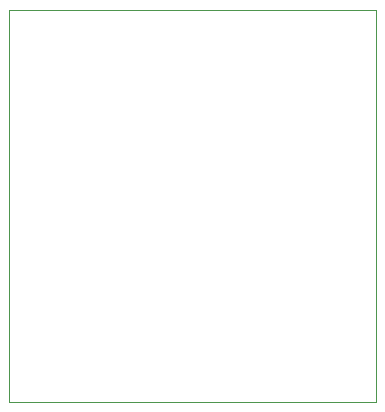
<source format=gbr>
G04 #@! TF.GenerationSoftware,KiCad,Pcbnew,(5.1.4)-1*
G04 #@! TF.CreationDate,2020-02-16T08:15:51-07:00*
G04 #@! TF.ProjectId,LightGate,4c696768-7447-4617-9465-2e6b69636164,rev?*
G04 #@! TF.SameCoordinates,PX52f83c0PY1b5ed60*
G04 #@! TF.FileFunction,Profile,NP*
%FSLAX46Y46*%
G04 Gerber Fmt 4.6, Leading zero omitted, Abs format (unit mm)*
G04 Created by KiCad (PCBNEW (5.1.4)-1) date 2020-02-16 08:15:51*
%MOMM*%
%LPD*%
G04 APERTURE LIST*
%ADD10C,0.050000*%
G04 APERTURE END LIST*
D10*
X31000000Y0D02*
X0Y0D01*
X31000000Y33200000D02*
X31000000Y0D01*
X0Y33200000D02*
X31000000Y33200000D01*
X0Y0D02*
X0Y33200000D01*
M02*

</source>
